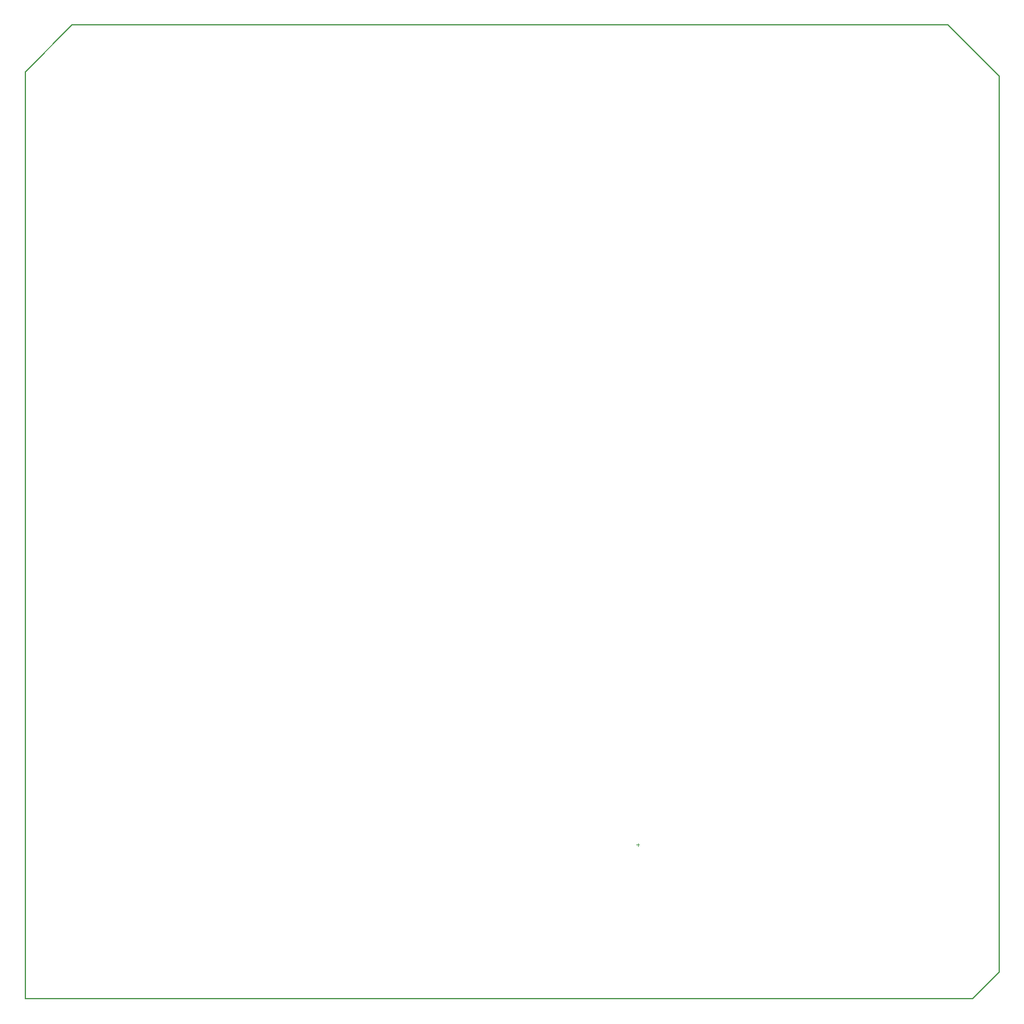
<source format=gm1>
%FSLAX23Y23*%
%MOIN*%
G70*
G01*
G75*
G04 Layer_Color=16711935*
%ADD10C,0.150*%
%ADD11R,0.050X0.055*%
%ADD12R,0.118X0.118*%
%ADD13R,0.010X0.041*%
%ADD14R,0.041X0.010*%
%ADD15R,0.094X0.071*%
%ADD16R,0.035X0.049*%
%ADD17R,0.055X0.022*%
%ADD18R,0.022X0.055*%
%ADD19R,0.049X0.035*%
%ADD20R,0.033X0.024*%
%ADD21R,0.047X0.024*%
%ADD22R,0.012X0.035*%
%ADD23R,0.025X0.050*%
%ADD24R,0.063X0.012*%
%ADD25R,0.012X0.063*%
%ADD26R,0.055X0.065*%
%ADD27R,0.055X0.050*%
%ADD28R,0.087X0.024*%
%ADD29R,0.065X0.055*%
%ADD30R,0.037X0.035*%
%ADD31R,0.089X0.024*%
%ADD32R,0.102X0.094*%
%ADD33R,0.100X0.100*%
%ADD34R,0.050X0.110*%
%ADD35C,0.050*%
%ADD36R,0.037X0.035*%
%ADD37R,0.087X0.024*%
%ADD38R,0.100X0.100*%
%ADD39R,0.217X0.079*%
%ADD40R,0.160X0.080*%
%ADD41R,0.450X0.450*%
%ADD42R,0.110X0.115*%
%ADD43R,0.410X0.425*%
%ADD44R,0.085X0.036*%
%ADD45R,0.217X0.280*%
%ADD46R,0.039X0.063*%
%ADD47R,0.059X0.051*%
%ADD48R,0.079X0.126*%
%ADD49R,0.079X0.126*%
%ADD50R,0.140X0.060*%
%ADD51R,0.330X0.420*%
%ADD52R,0.022X0.057*%
%ADD53R,0.022X0.057*%
%ADD54R,0.081X0.024*%
%ADD55R,0.039X0.069*%
%ADD56R,0.069X0.039*%
%ADD57R,0.012X0.063*%
%ADD58R,0.031X0.033*%
%ADD59R,0.033X0.031*%
%ADD60C,0.020*%
%ADD61C,0.010*%
%ADD62C,0.040*%
%ADD63C,0.035*%
%ADD64C,0.100*%
%ADD65C,0.075*%
%ADD66C,0.050*%
%ADD67C,0.025*%
%ADD68C,0.015*%
%ADD69C,0.016*%
%ADD70C,0.004*%
%ADD71C,0.008*%
%ADD72R,0.169X0.169*%
%ADD73C,0.200*%
%ADD74C,0.150*%
%ADD75C,0.125*%
%ADD76C,0.250*%
%ADD77C,0.169*%
%ADD78C,0.070*%
%ADD79C,0.100*%
%ADD80C,0.390*%
%ADD81C,0.065*%
%ADD82R,0.065X0.065*%
%ADD83C,0.150*%
%ADD84C,0.024*%
%ADD85C,0.028*%
%ADD86C,0.034*%
%ADD87C,0.025*%
%ADD88C,0.165*%
%ADD89C,0.290*%
%ADD90C,0.209*%
%ADD91C,0.085*%
%ADD92C,0.102*%
%ADD93C,0.430*%
%ADD94C,0.080*%
%ADD95C,0.131*%
%ADD96C,0.052*%
%ADD97C,0.055*%
%ADD98C,0.090*%
%ADD99C,0.068*%
%ADD100C,0.074*%
G04:AMPARAMS|DCode=101|XSize=43mil|YSize=59mil|CornerRadius=0mil|HoleSize=0mil|Usage=FLASHONLY|Rotation=240.000|XOffset=0mil|YOffset=0mil|HoleType=Round|Shape=Rectangle|*
%AMROTATEDRECTD101*
4,1,4,-0.015,0.034,0.036,0.004,0.015,-0.034,-0.036,-0.004,-0.015,0.034,0.0*
%
%ADD101ROTATEDRECTD101*%

G04:AMPARAMS|DCode=102|XSize=43mil|YSize=59mil|CornerRadius=0mil|HoleSize=0mil|Usage=FLASHONLY|Rotation=255.000|XOffset=0mil|YOffset=0mil|HoleType=Round|Shape=Rectangle|*
%AMROTATEDRECTD102*
4,1,4,-0.023,0.029,0.034,0.013,0.023,-0.029,-0.034,-0.013,-0.023,0.029,0.0*
%
%ADD102ROTATEDRECTD102*%

G04:AMPARAMS|DCode=103|XSize=43mil|YSize=59mil|CornerRadius=0mil|HoleSize=0mil|Usage=FLASHONLY|Rotation=210.000|XOffset=0mil|YOffset=0mil|HoleType=Round|Shape=Rectangle|*
%AMROTATEDRECTD103*
4,1,4,0.004,0.036,0.034,-0.015,-0.004,-0.036,-0.034,0.015,0.004,0.036,0.0*
%
%ADD103ROTATEDRECTD103*%

G04:AMPARAMS|DCode=104|XSize=43mil|YSize=59mil|CornerRadius=0mil|HoleSize=0mil|Usage=FLASHONLY|Rotation=225.000|XOffset=0mil|YOffset=0mil|HoleType=Round|Shape=Rectangle|*
%AMROTATEDRECTD104*
4,1,4,-0.006,0.036,0.036,-0.006,0.006,-0.036,-0.036,0.006,-0.006,0.036,0.0*
%
%ADD104ROTATEDRECTD104*%

%ADD105R,0.043X0.059*%
G04:AMPARAMS|DCode=106|XSize=43mil|YSize=59mil|CornerRadius=0mil|HoleSize=0mil|Usage=FLASHONLY|Rotation=195.000|XOffset=0mil|YOffset=0mil|HoleType=Round|Shape=Rectangle|*
%AMROTATEDRECTD106*
4,1,4,0.013,0.034,0.029,-0.023,-0.013,-0.034,-0.029,0.023,0.013,0.034,0.0*
%
%ADD106ROTATEDRECTD106*%

G04:AMPARAMS|DCode=107|XSize=43mil|YSize=59mil|CornerRadius=0mil|HoleSize=0mil|Usage=FLASHONLY|Rotation=150.000|XOffset=0mil|YOffset=0mil|HoleType=Round|Shape=Rectangle|*
%AMROTATEDRECTD107*
4,1,4,0.034,0.015,0.004,-0.036,-0.034,-0.015,-0.004,0.036,0.034,0.015,0.0*
%
%ADD107ROTATEDRECTD107*%

G04:AMPARAMS|DCode=108|XSize=43mil|YSize=59mil|CornerRadius=0mil|HoleSize=0mil|Usage=FLASHONLY|Rotation=165.000|XOffset=0mil|YOffset=0mil|HoleType=Round|Shape=Rectangle|*
%AMROTATEDRECTD108*
4,1,4,0.029,0.023,0.013,-0.034,-0.029,-0.023,-0.013,0.034,0.029,0.023,0.0*
%
%ADD108ROTATEDRECTD108*%

G04:AMPARAMS|DCode=109|XSize=43mil|YSize=59mil|CornerRadius=0mil|HoleSize=0mil|Usage=FLASHONLY|Rotation=120.000|XOffset=0mil|YOffset=0mil|HoleType=Round|Shape=Rectangle|*
%AMROTATEDRECTD109*
4,1,4,0.036,-0.004,-0.015,-0.034,-0.036,0.004,0.015,0.034,0.036,-0.004,0.0*
%
%ADD109ROTATEDRECTD109*%

G04:AMPARAMS|DCode=110|XSize=43mil|YSize=59mil|CornerRadius=0mil|HoleSize=0mil|Usage=FLASHONLY|Rotation=135.000|XOffset=0mil|YOffset=0mil|HoleType=Round|Shape=Rectangle|*
%AMROTATEDRECTD110*
4,1,4,0.036,0.006,-0.006,-0.036,-0.036,-0.006,0.006,0.036,0.036,0.006,0.0*
%
%ADD110ROTATEDRECTD110*%

%ADD111R,0.059X0.043*%
G04:AMPARAMS|DCode=112|XSize=43mil|YSize=59mil|CornerRadius=0mil|HoleSize=0mil|Usage=FLASHONLY|Rotation=105.000|XOffset=0mil|YOffset=0mil|HoleType=Round|Shape=Rectangle|*
%AMROTATEDRECTD112*
4,1,4,0.034,-0.013,-0.023,-0.029,-0.034,0.013,0.023,0.029,0.034,-0.013,0.0*
%
%ADD112ROTATEDRECTD112*%

G04:AMPARAMS|DCode=113|XSize=43mil|YSize=59mil|CornerRadius=0mil|HoleSize=0mil|Usage=FLASHONLY|Rotation=262.500|XOffset=0mil|YOffset=0mil|HoleType=Round|Shape=Rectangle|*
%AMROTATEDRECTD113*
4,1,4,-0.026,0.025,0.032,0.018,0.026,-0.025,-0.032,-0.018,-0.026,0.025,0.0*
%
%ADD113ROTATEDRECTD113*%

G04:AMPARAMS|DCode=114|XSize=43mil|YSize=59mil|CornerRadius=0mil|HoleSize=0mil|Usage=FLASHONLY|Rotation=247.500|XOffset=0mil|YOffset=0mil|HoleType=Round|Shape=Rectangle|*
%AMROTATEDRECTD114*
4,1,4,-0.019,0.031,0.036,0.009,0.019,-0.031,-0.036,-0.009,-0.019,0.031,0.0*
%
%ADD114ROTATEDRECTD114*%

G04:AMPARAMS|DCode=115|XSize=43mil|YSize=59mil|CornerRadius=0mil|HoleSize=0mil|Usage=FLASHONLY|Rotation=232.500|XOffset=0mil|YOffset=0mil|HoleType=Round|Shape=Rectangle|*
%AMROTATEDRECTD115*
4,1,4,-0.010,0.035,0.037,-0.001,0.010,-0.035,-0.037,0.001,-0.010,0.035,0.0*
%
%ADD115ROTATEDRECTD115*%

G04:AMPARAMS|DCode=116|XSize=43mil|YSize=59mil|CornerRadius=0mil|HoleSize=0mil|Usage=FLASHONLY|Rotation=217.500|XOffset=0mil|YOffset=0mil|HoleType=Round|Shape=Rectangle|*
%AMROTATEDRECTD116*
4,1,4,-0.001,0.037,0.035,-0.010,0.001,-0.037,-0.035,0.010,-0.001,0.037,0.0*
%
%ADD116ROTATEDRECTD116*%

G04:AMPARAMS|DCode=117|XSize=43mil|YSize=59mil|CornerRadius=0mil|HoleSize=0mil|Usage=FLASHONLY|Rotation=202.500|XOffset=0mil|YOffset=0mil|HoleType=Round|Shape=Rectangle|*
%AMROTATEDRECTD117*
4,1,4,0.009,0.036,0.031,-0.019,-0.009,-0.036,-0.031,0.019,0.009,0.036,0.0*
%
%ADD117ROTATEDRECTD117*%

G04:AMPARAMS|DCode=118|XSize=43mil|YSize=59mil|CornerRadius=0mil|HoleSize=0mil|Usage=FLASHONLY|Rotation=187.500|XOffset=0mil|YOffset=0mil|HoleType=Round|Shape=Rectangle|*
%AMROTATEDRECTD118*
4,1,4,0.018,0.032,0.025,-0.026,-0.018,-0.032,-0.025,0.026,0.018,0.032,0.0*
%
%ADD118ROTATEDRECTD118*%

G04:AMPARAMS|DCode=119|XSize=43mil|YSize=59mil|CornerRadius=0mil|HoleSize=0mil|Usage=FLASHONLY|Rotation=172.500|XOffset=0mil|YOffset=0mil|HoleType=Round|Shape=Rectangle|*
%AMROTATEDRECTD119*
4,1,4,0.025,0.026,0.018,-0.032,-0.025,-0.026,-0.018,0.032,0.025,0.026,0.0*
%
%ADD119ROTATEDRECTD119*%

G04:AMPARAMS|DCode=120|XSize=43mil|YSize=59mil|CornerRadius=0mil|HoleSize=0mil|Usage=FLASHONLY|Rotation=157.500|XOffset=0mil|YOffset=0mil|HoleType=Round|Shape=Rectangle|*
%AMROTATEDRECTD120*
4,1,4,0.031,0.019,0.009,-0.036,-0.031,-0.019,-0.009,0.036,0.031,0.019,0.0*
%
%ADD120ROTATEDRECTD120*%

G04:AMPARAMS|DCode=121|XSize=43mil|YSize=59mil|CornerRadius=0mil|HoleSize=0mil|Usage=FLASHONLY|Rotation=142.500|XOffset=0mil|YOffset=0mil|HoleType=Round|Shape=Rectangle|*
%AMROTATEDRECTD121*
4,1,4,0.035,0.010,-0.001,-0.037,-0.035,-0.010,0.001,0.037,0.035,0.010,0.0*
%
%ADD121ROTATEDRECTD121*%

G04:AMPARAMS|DCode=122|XSize=43mil|YSize=59mil|CornerRadius=0mil|HoleSize=0mil|Usage=FLASHONLY|Rotation=127.500|XOffset=0mil|YOffset=0mil|HoleType=Round|Shape=Rectangle|*
%AMROTATEDRECTD122*
4,1,4,0.037,0.001,-0.010,-0.035,-0.037,-0.001,0.010,0.035,0.037,0.001,0.0*
%
%ADD122ROTATEDRECTD122*%

G04:AMPARAMS|DCode=123|XSize=43mil|YSize=59mil|CornerRadius=0mil|HoleSize=0mil|Usage=FLASHONLY|Rotation=112.500|XOffset=0mil|YOffset=0mil|HoleType=Round|Shape=Rectangle|*
%AMROTATEDRECTD123*
4,1,4,0.036,-0.009,-0.019,-0.031,-0.036,0.009,0.019,0.031,0.036,-0.009,0.0*
%
%ADD123ROTATEDRECTD123*%

G04:AMPARAMS|DCode=124|XSize=43mil|YSize=59mil|CornerRadius=0mil|HoleSize=0mil|Usage=FLASHONLY|Rotation=97.500|XOffset=0mil|YOffset=0mil|HoleType=Round|Shape=Rectangle|*
%AMROTATEDRECTD124*
4,1,4,0.032,-0.018,-0.026,-0.025,-0.032,0.018,0.026,0.025,0.032,-0.018,0.0*
%
%ADD124ROTATEDRECTD124*%

%ADD125C,0.006*%
%ADD126C,0.010*%
%ADD127C,0.005*%
%ADD128C,0.008*%
%ADD129C,0.002*%
%ADD130C,0.008*%
%ADD131C,0.006*%
%ADD132R,0.058X0.063*%
%ADD133R,0.126X0.126*%
%ADD134R,0.018X0.049*%
%ADD135R,0.049X0.018*%
%ADD136R,0.102X0.079*%
%ADD137R,0.043X0.057*%
%ADD138R,0.063X0.030*%
%ADD139R,0.030X0.063*%
%ADD140R,0.057X0.043*%
%ADD141R,0.041X0.032*%
%ADD142R,0.055X0.032*%
%ADD143R,0.020X0.043*%
%ADD144R,0.033X0.058*%
%ADD145R,0.071X0.020*%
%ADD146R,0.020X0.071*%
%ADD147R,0.063X0.073*%
%ADD148R,0.063X0.058*%
%ADD149R,0.095X0.032*%
%ADD150R,0.073X0.063*%
%ADD151R,0.045X0.043*%
%ADD152R,0.097X0.032*%
%ADD153R,0.110X0.102*%
%ADD154R,0.108X0.108*%
%ADD155R,0.058X0.118*%
%ADD156R,0.045X0.043*%
%ADD157R,0.095X0.032*%
%ADD158R,0.108X0.108*%
%ADD159R,0.225X0.087*%
%ADD160R,0.168X0.088*%
%ADD161R,0.458X0.458*%
%ADD162R,0.118X0.123*%
%ADD163R,0.418X0.433*%
%ADD164R,0.093X0.044*%
%ADD165R,0.225X0.288*%
%ADD166R,0.047X0.071*%
%ADD167R,0.067X0.059*%
%ADD168R,0.087X0.134*%
%ADD169R,0.087X0.134*%
%ADD170R,0.148X0.068*%
%ADD171R,0.338X0.428*%
%ADD172R,0.030X0.065*%
%ADD173R,0.030X0.065*%
%ADD174R,0.089X0.032*%
%ADD175R,0.047X0.077*%
%ADD176R,0.077X0.047*%
%ADD177R,0.020X0.071*%
%ADD178R,0.039X0.041*%
%ADD179R,0.041X0.039*%
%ADD180R,0.177X0.177*%
%ADD181C,0.208*%
%ADD182C,0.175*%
%ADD183C,0.258*%
%ADD184C,0.133*%
%ADD185C,0.177*%
%ADD186C,0.078*%
%ADD187C,0.108*%
%ADD188C,0.398*%
%ADD189C,0.073*%
%ADD190R,0.073X0.073*%
%ADD191C,0.158*%
%ADD192C,0.058*%
%ADD193C,0.032*%
%ADD194C,0.036*%
%ADD195C,0.042*%
%ADD196C,0.033*%
D70*
X702Y-1880D02*
X718D01*
X710Y-1888D02*
Y-1872D01*
D71*
X-2750Y-2750D02*
Y2485D01*
X-2485Y2750D02*
X2460D01*
X2750Y-2600D02*
Y2460D01*
X-2750Y-2750D02*
X2600D01*
X-2750Y2485D02*
X-2485Y2750D01*
X2460D02*
X2750Y2460D01*
X2600Y-2750D02*
X2750Y-2600D01*
M02*

</source>
